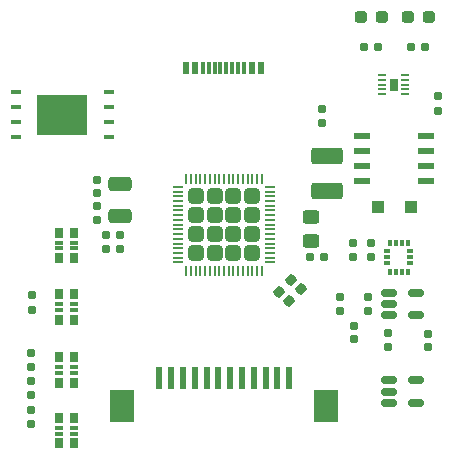
<source format=gtp>
G04 #@! TF.GenerationSoftware,KiCad,Pcbnew,8.0.4*
G04 #@! TF.CreationDate,2024-10-04T10:02:04-04:00*
G04 #@! TF.ProjectId,BlueSTM32,426c7565-5354-44d3-9332-2e6b69636164,rev?*
G04 #@! TF.SameCoordinates,Original*
G04 #@! TF.FileFunction,Paste,Top*
G04 #@! TF.FilePolarity,Positive*
%FSLAX46Y46*%
G04 Gerber Fmt 4.6, Leading zero omitted, Abs format (unit mm)*
G04 Created by KiCad (PCBNEW 8.0.4) date 2024-10-04 10:02:04*
%MOMM*%
%LPD*%
G01*
G04 APERTURE LIST*
G04 Aperture macros list*
%AMRoundRect*
0 Rectangle with rounded corners*
0 $1 Rounding radius*
0 $2 $3 $4 $5 $6 $7 $8 $9 X,Y pos of 4 corners*
0 Add a 4 corners polygon primitive as box body*
4,1,4,$2,$3,$4,$5,$6,$7,$8,$9,$2,$3,0*
0 Add four circle primitives for the rounded corners*
1,1,$1+$1,$2,$3*
1,1,$1+$1,$4,$5*
1,1,$1+$1,$6,$7*
1,1,$1+$1,$8,$9*
0 Add four rect primitives between the rounded corners*
20,1,$1+$1,$2,$3,$4,$5,0*
20,1,$1+$1,$4,$5,$6,$7,0*
20,1,$1+$1,$6,$7,$8,$9,0*
20,1,$1+$1,$8,$9,$2,$3,0*%
G04 Aperture macros list end*
%ADD10C,0.010000*%
%ADD11C,0.000000*%
%ADD12R,0.300000X1.100000*%
%ADD13R,0.600000X1.100000*%
%ADD14R,0.760000X0.220000*%
%ADD15RoundRect,0.155000X-0.212500X-0.155000X0.212500X-0.155000X0.212500X0.155000X-0.212500X0.155000X0*%
%ADD16R,0.736600X0.965200*%
%ADD17R,0.736600X0.355600*%
%ADD18RoundRect,0.250000X0.300000X0.300000X-0.300000X0.300000X-0.300000X-0.300000X0.300000X-0.300000X0*%
%ADD19RoundRect,0.249999X-0.395001X-0.395001X0.395001X-0.395001X0.395001X0.395001X-0.395001X0.395001X0*%
%ADD20RoundRect,0.062500X-0.400000X-0.062500X0.400000X-0.062500X0.400000X0.062500X-0.400000X0.062500X0*%
%ADD21RoundRect,0.062500X-0.062500X-0.400000X0.062500X-0.400000X0.062500X0.400000X-0.062500X0.400000X0*%
%ADD22RoundRect,0.160000X-0.160000X0.197500X-0.160000X-0.197500X0.160000X-0.197500X0.160000X0.197500X0*%
%ADD23RoundRect,0.155000X0.155000X-0.212500X0.155000X0.212500X-0.155000X0.212500X-0.155000X-0.212500X0*%
%ADD24RoundRect,0.200000X-0.017678X-0.300520X0.300520X0.017678X0.017678X0.300520X-0.300520X-0.017678X0*%
%ADD25RoundRect,0.150000X-0.512500X-0.150000X0.512500X-0.150000X0.512500X0.150000X-0.512500X0.150000X0*%
%ADD26RoundRect,0.250001X-1.074999X0.462499X-1.074999X-0.462499X1.074999X-0.462499X1.074999X0.462499X0*%
%ADD27RoundRect,0.160000X0.197500X0.160000X-0.197500X0.160000X-0.197500X-0.160000X0.197500X-0.160000X0*%
%ADD28RoundRect,0.300000X-0.700000X0.300000X-0.700000X-0.300000X0.700000X-0.300000X0.700000X0.300000X0*%
%ADD29R,0.351536X0.576580*%
%ADD30R,0.576580X0.351536*%
%ADD31RoundRect,0.250000X-0.450000X0.325000X-0.450000X-0.325000X0.450000X-0.325000X0.450000X0.325000X0*%
%ADD32R,0.863600X0.431800*%
%ADD33R,4.343400X3.454400*%
%ADD34R,1.460500X0.533400*%
%ADD35RoundRect,0.160000X0.160000X-0.197500X0.160000X0.197500X-0.160000X0.197500X-0.160000X-0.197500X0*%
%ADD36R,0.600000X1.900000*%
%ADD37R,2.100000X2.799999*%
%ADD38RoundRect,0.237500X-0.287500X-0.237500X0.287500X-0.237500X0.287500X0.237500X-0.287500X0.237500X0*%
%ADD39RoundRect,0.155000X-0.155000X0.212500X-0.155000X-0.212500X0.155000X-0.212500X0.155000X0.212500X0*%
G04 APERTURE END LIST*
D10*
X184617500Y-108625000D02*
X184047500Y-108625000D01*
X184047500Y-107675000D01*
X184617500Y-107675000D01*
X184617500Y-108625000D01*
G36*
X184617500Y-108625000D02*
G01*
X184047500Y-108625000D01*
X184047500Y-107675000D01*
X184617500Y-107675000D01*
X184617500Y-108625000D01*
G37*
D11*
G36*
X155481800Y-110595000D02*
G01*
X154234000Y-110595000D01*
X154234000Y-109067800D01*
X155481800Y-109067800D01*
X155481800Y-110595000D01*
G37*
G36*
X155481800Y-112322200D02*
G01*
X154234000Y-112322200D01*
X154234000Y-110795000D01*
X155481800Y-110795000D01*
X155481800Y-112322200D01*
G37*
G36*
X156929600Y-110595000D02*
G01*
X155681800Y-110595000D01*
X155681800Y-109067800D01*
X156929600Y-109067800D01*
X156929600Y-110595000D01*
G37*
G36*
X156929600Y-112322200D02*
G01*
X155681800Y-112322200D01*
X155681800Y-110795000D01*
X156929600Y-110795000D01*
X156929600Y-112322200D01*
G37*
G36*
X158377400Y-110595000D02*
G01*
X157129600Y-110595000D01*
X157129600Y-109067800D01*
X158377400Y-109067800D01*
X158377400Y-110595000D01*
G37*
G36*
X158377400Y-112322200D02*
G01*
X157129600Y-112322200D01*
X157129600Y-110795000D01*
X158377400Y-110795000D01*
X158377400Y-112322200D01*
G37*
D12*
X171700000Y-106750000D03*
X170700000Y-106750000D03*
X169200000Y-106750000D03*
X168200000Y-106750000D03*
D13*
X167550000Y-106750000D03*
X166750000Y-106750000D03*
D12*
X168700000Y-106750000D03*
X169700000Y-106750000D03*
X170200000Y-106750000D03*
X171200000Y-106750000D03*
D13*
X172350000Y-106750000D03*
X173150000Y-106750000D03*
D14*
X183347500Y-107350000D03*
X183347500Y-107750000D03*
X183347500Y-108150000D03*
X183347500Y-108550000D03*
X183347500Y-108950000D03*
X185317500Y-108950000D03*
X185317500Y-108550000D03*
X185317500Y-108150000D03*
X185317500Y-107750000D03*
X185317500Y-107350000D03*
D15*
X177312500Y-122770000D03*
X178447500Y-122770000D03*
D16*
X156000000Y-131240500D03*
D17*
X156000000Y-132070000D03*
X156000000Y-132570000D03*
D16*
X156000000Y-133399500D03*
X157270000Y-133399500D03*
D17*
X157270000Y-132570000D03*
X157270000Y-132070000D03*
D16*
X157270000Y-131240500D03*
D18*
X185840000Y-118520000D03*
X183040000Y-118520000D03*
D19*
X167600000Y-117600000D03*
X167600000Y-119200000D03*
X167600000Y-120800000D03*
X167600000Y-122400000D03*
X169200000Y-117600000D03*
X169200000Y-119200000D03*
X169200000Y-120800000D03*
X169200000Y-122400000D03*
X170800000Y-117600000D03*
X170800000Y-119200000D03*
X170800000Y-120800000D03*
X170800000Y-122400000D03*
X172400000Y-117600000D03*
X172400000Y-119200000D03*
X172400000Y-120800000D03*
X172400000Y-122400000D03*
D20*
X166112500Y-116800000D03*
X166112500Y-117200000D03*
X166112500Y-117600000D03*
X166112500Y-118000000D03*
X166112500Y-118400000D03*
X166112500Y-118800000D03*
X166112500Y-119200000D03*
X166112500Y-119600000D03*
X166112500Y-120000000D03*
X166112500Y-120400000D03*
X166112500Y-120800000D03*
X166112500Y-121200000D03*
X166112500Y-121600000D03*
X166112500Y-122000000D03*
X166112500Y-122400000D03*
X166112500Y-122800000D03*
X166112500Y-123200000D03*
D21*
X166800000Y-123887500D03*
X167200000Y-123887500D03*
X167600000Y-123887500D03*
X168000000Y-123887500D03*
X168400000Y-123887500D03*
X168800000Y-123887500D03*
X169200000Y-123887500D03*
X169600000Y-123887500D03*
X170000000Y-123887500D03*
X170400000Y-123887500D03*
X170800000Y-123887500D03*
X171200000Y-123887500D03*
X171600000Y-123887500D03*
X172000000Y-123887500D03*
X172400000Y-123887500D03*
X172800000Y-123887500D03*
X173200000Y-123887500D03*
D20*
X173887500Y-123200000D03*
X173887500Y-122800000D03*
X173887500Y-122400000D03*
X173887500Y-122000000D03*
X173887500Y-121600000D03*
X173887500Y-121200000D03*
X173887500Y-120800000D03*
X173887500Y-120400000D03*
X173887500Y-120000000D03*
X173887500Y-119600000D03*
X173887500Y-119200000D03*
X173887500Y-118800000D03*
X173887500Y-118400000D03*
X173887500Y-118000000D03*
X173887500Y-117600000D03*
X173887500Y-117200000D03*
X173887500Y-116800000D03*
D21*
X173200000Y-116112500D03*
X172800000Y-116112500D03*
X172400000Y-116112500D03*
X172000000Y-116112500D03*
X171600000Y-116112500D03*
X171200000Y-116112500D03*
X170800000Y-116112500D03*
X170400000Y-116112500D03*
X170000000Y-116112500D03*
X169600000Y-116112500D03*
X169200000Y-116112500D03*
X168800000Y-116112500D03*
X168400000Y-116112500D03*
X168000000Y-116112500D03*
X167600000Y-116112500D03*
X167200000Y-116112500D03*
X166800000Y-116112500D03*
D22*
X182460000Y-121542500D03*
X182460000Y-122737500D03*
X153695000Y-130842500D03*
X153695000Y-132037500D03*
D23*
X159240000Y-119597500D03*
X159240000Y-118462500D03*
D22*
X180950000Y-121542500D03*
X180950000Y-122737500D03*
D24*
X174688440Y-125723744D03*
X175466257Y-126501561D03*
X176491561Y-125476256D03*
X175713745Y-124698440D03*
D25*
X184005000Y-133190000D03*
X184005000Y-134140000D03*
X184005000Y-135090000D03*
X186280000Y-135090000D03*
X186280000Y-133190000D03*
D16*
X156000000Y-136360500D03*
D17*
X156000000Y-137190000D03*
X156000000Y-137690000D03*
D16*
X156000000Y-138519500D03*
X157270000Y-138519500D03*
D17*
X157270000Y-137690000D03*
X157270000Y-137190000D03*
D16*
X157270000Y-136360500D03*
D25*
X183995000Y-125760000D03*
X183995000Y-126710000D03*
X183995000Y-127660000D03*
X186270000Y-127660000D03*
X186270000Y-125760000D03*
D26*
X178732500Y-114152500D03*
X178732500Y-117127500D03*
D22*
X183852500Y-129205000D03*
X183852500Y-130400000D03*
X178270000Y-110242500D03*
X178270000Y-111437500D03*
D27*
X183060000Y-105000000D03*
X181865000Y-105000000D03*
D28*
X161160000Y-116580000D03*
X161160000Y-119280000D03*
D29*
X184043699Y-123970300D03*
X184543700Y-123970300D03*
X185043700Y-123970300D03*
X185543701Y-123970300D03*
D30*
X185750000Y-123259999D03*
X185750000Y-122760000D03*
X185750000Y-122260001D03*
D29*
X185543701Y-121549700D03*
X185043700Y-121549700D03*
X184543700Y-121549700D03*
X184043699Y-121549700D03*
D30*
X183837400Y-122260001D03*
X183837400Y-122760000D03*
X183837400Y-123259999D03*
D22*
X161180000Y-120882500D03*
X161180000Y-122077500D03*
X153715000Y-125992500D03*
X153715000Y-127187500D03*
D31*
X177350000Y-119375000D03*
X177350000Y-121425000D03*
D32*
X152381400Y-108790000D03*
X152381400Y-110060000D03*
X152381400Y-111330000D03*
X152381400Y-112600000D03*
X160230000Y-112600000D03*
X160230000Y-111330000D03*
X160230000Y-110060000D03*
X160230000Y-108790000D03*
D33*
X156305700Y-110695000D03*
D34*
X181648350Y-112485000D03*
X181648350Y-113755000D03*
X181648350Y-115025000D03*
X181648350Y-116295000D03*
X187096650Y-116295000D03*
X187096650Y-115025000D03*
X187096650Y-113755000D03*
X187096650Y-112485000D03*
D35*
X179802500Y-127310000D03*
X179802500Y-126115000D03*
D16*
X156005000Y-120691000D03*
D17*
X156005000Y-121520500D03*
X156005000Y-122020500D03*
D16*
X156005000Y-122850000D03*
X157275000Y-122850000D03*
D17*
X157275000Y-122020500D03*
X157275000Y-121520500D03*
D16*
X157275000Y-120691000D03*
D23*
X182152500Y-127280000D03*
X182152500Y-126145000D03*
D22*
X159990000Y-120882500D03*
X159990000Y-122077500D03*
D23*
X181032500Y-129690000D03*
X181032500Y-128555000D03*
D22*
X153665000Y-133272500D03*
X153665000Y-134467500D03*
D36*
X164530011Y-132980351D03*
X165530012Y-132980351D03*
X166530012Y-132980351D03*
X167530010Y-132980351D03*
X168530011Y-132980351D03*
X169530011Y-132980351D03*
X170530012Y-132980351D03*
X171530010Y-132980351D03*
X172530010Y-132980351D03*
X173530011Y-132980351D03*
X174530011Y-132980351D03*
X175530012Y-132980351D03*
D37*
X161380011Y-135330352D03*
X178679989Y-135330352D03*
D38*
X185602500Y-102400000D03*
X187352500Y-102400000D03*
D16*
X156000000Y-125910500D03*
D17*
X156000000Y-126740000D03*
X156000000Y-127240000D03*
D16*
X156000000Y-128069500D03*
X157270000Y-128069500D03*
D17*
X157270000Y-127240000D03*
X157270000Y-126740000D03*
D16*
X157270000Y-125910500D03*
D27*
X187050000Y-105000000D03*
X185855000Y-105000000D03*
D39*
X159240000Y-116192500D03*
X159240000Y-117327500D03*
X187252500Y-129235000D03*
X187252500Y-130370000D03*
D22*
X188090000Y-109152500D03*
X188090000Y-110347500D03*
D38*
X181592500Y-102400000D03*
X183342500Y-102400000D03*
D22*
X153695000Y-135702500D03*
X153695000Y-136897500D03*
M02*

</source>
